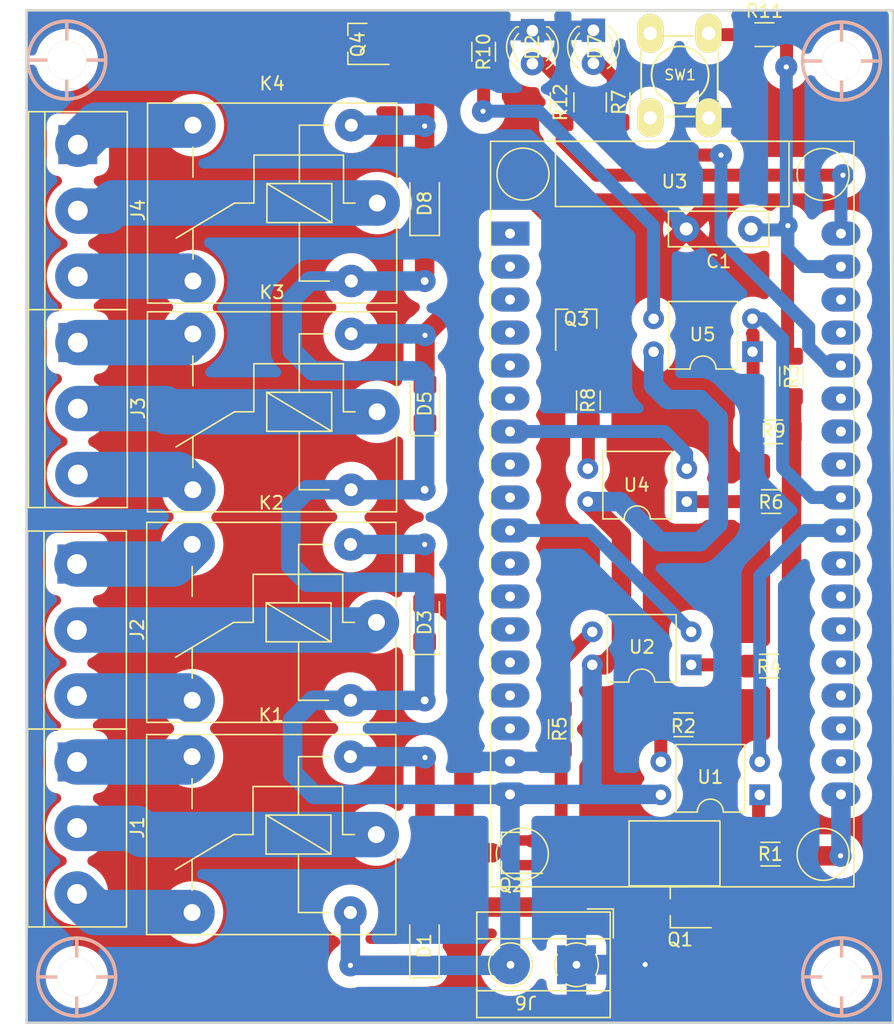
<source format=kicad_pcb>
(kicad_pcb (version 20221018) (generator pcbnew)
  (layers (0 "F.Cu" signal) (31 "B.Cu" signal) (34 "B.Paste" user) (35 "F.Paste" user) (36 "B.SilkS" user "B.Silkscreen") (37 "F.SilkS" user "F.Silkscreen") (38 "B.Mask" user) (39 "F.Mask" user) (44 "Edge.Cuts" user))
  (net 0 "")
  (net 1 "/NC1")
  (net 2 "+5V")
  (net 3 "/COM1")
  (net 4 "Net-(D1-A)")
  (net 5 "/NO1")
  (net 6 "/NC2")
  (net 7 "/COM2")
  (net 8 "Net-(D3-A)")
  (net 9 "/NO2")
  (net 10 "/NC3")
  (net 11 "/COM3")
  (net 12 "Net-(D5-A)")
  (net 13 "/NO3")
  (net 14 "/NC4")
  (net 15 "/COM4")
  (net 16 "Net-(D8-A)")
  (net 17 "/NO4")
  (net 18 "GND")
  (net 19 "Net-(Q1-B)")
  (net 20 "Net-(Q2-B)")
  (net 21 "Net-(Q3-B)")
  (net 22 "Net-(Q4-B)")
  (net 27 "/BT_Config")
  (net 29 "/IN1")
  (net 30 "/IN2")
  (net 36 "+3V3")
  (net 45 "/IN4")
  (net 46 "/IN3")
  (net 49 "Net-(D7-A)")
  (net 50 "Net-(R1-Pad2)")
  (net 51 "Net-(R2-Pad1)")
  (net 52 "Net-(R4-Pad2)")
  (net 53 "Net-(R5-Pad1)")
  (net 54 "Net-(R6-Pad2)")
  (net 55 "Net-(R8-Pad1)")
  (net 56 "Net-(R9-Pad2)")
  (net 57 "Net-(R10-Pad1)")
  (net 58 "/IN0")
  (net 59 "/7")
  (net 62 "unconnected-(U3-IO25-Pad8)")
  (net 64 "Net-(D2-A)")
  (net 65 "/LED_ConfigWIFI")
  (net 66 "Net-(R11-Pad1)")
  (net 67 "/LED_ConfigBT")
  (footprint "Package_TO_SOT_SMD:SOT-23_Handsoldering" (layer "F.Cu") (at 117.8744 85.8672 180)
    (fp_text reference "Q1" (at 0 -2.5) (layer "F.SilkS"))
    (fp_text value "S8050" hide)
    (pad "1" smd rect (at -1.5 -0.95 180) (size 1.9 0.8) (layers "F.Cu" "F.Paste" "F.Mask") (net 18 "GND"))
    (pad "2" smd rect (at -1.5 0.95 180) (size 1.9 0.8) (layers "F.Cu" "F.Paste" "F.Mask") (net 19 "Net-(Q1-B)"))
    (pad "3" smd rect (at 1.5 0 180) (size 1.9 0.8) (layers "F.Cu" "F.Paste" "F.Mask") (net 4 "Net-(D1-A)"))
  )
  (footprint "Resistor_SMD:R_1206_3216Metric_Pad1.30x1.75mm_HandSolder" (layer "F.Cu") (at 126.4596 45.0028 90)
    (fp_text reference "R3" (at 0 0.02 90) (layer "F.SilkS"))
    (fp_text value "4,7k" hide)
    (pad "1" smd roundrect (at -1.55 0 90) (size 1.3 1.75) (layers "F.Cu" "F.Paste" "F.Mask") (roundrect_rratio 0.192308) (net 36 "+3V3"))
    (pad "2" smd roundrect (at 1.55 0 90) (size 1.3 1.75) (layers "F.Cu" "F.Paste" "F.Mask") (roundrect_rratio 0.192308) (net 27 "/BT_Config"))
  )
  (footprint "EESTN5:hole_3mm" (layer "F.Cu") (at 70.6184 20.6472)
    (fp_text reference "hole_3mm" hide)
    (fp_text value "VAL**" hide)
    (pad "1" thru_hole circle (at 0 0) (size 3 3) (drill 3) (layers "*.Cu" "F.SilkS"))
  )
  (footprint "LibrarypERSONALES:Relay_SPDT_Finder_36.11" (layer "F.Cu") (at 94.4684 80.2772 180)
    (fp_text reference "K1" (at 8.1 9.2) (layer "F.SilkS"))
    (fp_text value "G5V-1")
    (pad "1" thru_hole circle (at 14.2 -6 180) (size 3 3) (drill 1.3) (layers "*.Cu" "*.Mask") (net 1 "/NC1"))
    (pad "2" thru_hole circle (at 2 -6 180) (size 2.5 2.5) (drill 1) (layers "*.Cu" "*.Mask") (net 2 "+5V"))
    (pad "5" thru_hole circle (at 0 0 180) (size 3 3) (drill 1.3) (layers "*.Cu" "*.Mask") (net 3 "/COM1"))
    (pad "9" thru_hole circle (at 2 6 180) (size 2.5 2.5) (drill 1) (layers "*.Cu" "*.Mask") (net 4 "Net-(D1-A)"))
    (pad "10" thru_hole circle (at 14.2 6 180) (size 3 3) (drill 1.3) (layers "*.Cu" "*.Mask") (net 5 "/NO1"))
  )
  (footprint "Resistor_SMD:R_1206_3216Metric_Pad1.30x1.75mm_HandSolder" (layer "F.Cu") (at 110.8084 46.8472 90)
    (fp_text reference "R8" (at 0 -0.03 90) (layer "F.SilkS"))
    (fp_text value "1k" hide)
    (pad "1" smd roundrect (at -1.55 0 90) (size 1.3 1.75) (layers "F.Cu" "F.Paste" "F.Mask") (roundrect_rratio 0.192308) (net 55 "Net-(R8-Pad1)"))
    (pad "2" smd roundrect (at 1.55 0 90) (size 1.3 1.75) (layers "F.Cu" "F.Paste" "F.Mask") (roundrect_rratio 0.192308) (net 21 "Net-(Q3-B)"))
  )
  (footprint "LibrarypERSONALES:Relay_SPDT_Finder_36.11" (layer "F.Cu") (at 94.5384 31.6572 180)
    (fp_text reference "K4" (at 8.1 9.2) (layer "F.SilkS"))
    (fp_text value "G5V-1")
    (pad "1" thru_hole circle (at 14.2 -6 180) (size 3 3) (drill 1.3) (layers "*.Cu" "*.Mask") (net 14 "/NC4"))
    (pad "2" thru_hole circle (at 2 -6 180) (size 2.5 2.5) (drill 1) (layers "*.Cu" "*.Mask") (net 2 "+5V"))
    (pad "5" thru_hole circle (at 0 0 180) (size 3 3) (drill 1.3) (layers "*.Cu" "*.Mask") (net 15 "/COM4"))
    (pad "9" thru_hole circle (at 2 6 180) (size 2.5 2.5) (drill 1) (layers "*.Cu" "*.Mask") (net 16 "Net-(D8-A)"))
    (pad "10" thru_hole circle (at 14.2 6 180) (size 3 3) (drill 1.3) (layers "*.Cu" "*.Mask") (net 17 "/NO4"))
  )
  (footprint "Diode_SMD:D_1206_3216Metric_Pad1.42x1.75mm_HandSolder" (layer "F.Cu") (at 98.2148 47.111 90)
    (fp_text reference "D5" (at 0 -0.02 90) (layer "F.SilkS"))
    (fp_text value "D_Shockley" hide)
    (pad "1" smd roundrect (at -1.4875 0 90) (size 1.425 1.75) (layers "F.Cu" "F.Paste" "F.Mask") (roundrect_rratio 0.175439) (net 2 "+5V"))
    (pad "2" smd roundrect (at 1.4875 0 90) (size 1.425 1.75) (layers "F.Cu" "F.Paste" "F.Mask") (roundrect_rratio 0.175439) (net 12 "Net-(D5-A)"))
  )
  (footprint "LibrarypERSONALES:TerminalBlock_1x02_P5.08mm_Horizontal_Personal" (layer "F.Cu") (at 107.3484 90.3272 180)
    (fp_text reference "J6" (at 1.365 -2.875 180 unlocked) (layer "F.SilkS"))
    (fp_text value "Entrada 5V" hide)
    (pad "1" thru_hole rect (at -2.54 0.025 180) (size 3 3) (drill 0.6) (layers "*.Cu" "*.Mask") (net 18 "GND"))
    (pad "2" thru_hole circle (at 2.54 0.025 180) (size 3 3) (drill 0.6) (layers "*.Cu" "*.Mask") (net 2 "+5V"))
  )
  (footprint "Resistor_SMD:R_1206_3216Metric_Pad1.30x1.75mm_HandSolder" (layer "F.Cu") (at 108.7812 23.8954 90)
    (fp_text reference "R12" (at 0 -0.127 90) (layer "F.SilkS"))
    (fp_text value "R" hide)
    (pad "1" smd roundrect (at -1.55 0 90) (size 1.3 1.75) (layers "F.Cu" "F.Paste" "F.Mask") (roundrect_rratio 0.192308) (net 67 "/LED_ConfigBT"))
    (pad "2" smd roundrect (at 1.55 0 90) (size 1.3 1.75) (layers "F.Cu" "F.Paste" "F.Mask") (roundrect_rratio 0.192308) (net 64 "Net-(D2-A)"))
  )
  (footprint "Package_TO_SOT_SMD:SOT-23_Handsoldering" (layer "F.Cu") (at 93.0332 19.3996 180)
    (fp_text reference "Q4" (at -0.01 -0.04 90) (layer "F.SilkS"))
    (fp_text value "S8050" hide)
    (pad "1" smd rect (at -1.5 -0.95 180) (size 1.9 0.8) (layers "F.Cu" "F.Paste" "F.Mask") (net 18 "GND"))
    (pad "2" smd rect (at -1.5 0.95 180) (size 1.9 0.8) (layers "F.Cu" "F.Paste" "F.Mask") (net 22 "Net-(Q4-B)"))
    (pad "3" smd rect (at 1.5 0 180) (size 1.9 0.8) (layers "F.Cu" "F.Paste" "F.Mask") (net 16 "Net-(D8-A)"))
  )
  (footprint "Package_DIP:DIP-4_W7.62mm" (layer "F.Cu") (at 124.0112 77.215 180)
    (fp_text reference "U1" (at 3.81 1.365) (layer "F.SilkS"))
    (fp_text value "PC817" hide)
    (pad "1" thru_hole rect (at 0 0 180) (size 1.6 1.6) (drill 0.8) (layers "*.Cu" "*.Mask") (net 50 "Net-(R1-Pad2)"))
    (pad "2" thru_hole oval (at 0 2.54 180) (size 1.6 1.6) (drill 0.8) (layers "*.Cu" "*.Mask") (net 29 "/IN1"))
    (pad "3" thru_hole oval (at 7.62 2.54 180) (size 1.6 1.6) (drill 0.8) (layers "*.Cu" "*.Mask") (net 51 "Net-(R2-Pad1)"))
    (pad "4" thru_hole oval (at 7.62 0 180) (size 1.6 1.6) (drill 0.8) (layers "*.Cu" "*.Mask") (net 2 "+5V"))
  )
  (footprint "Resistor_SMD:R_1206_3216Metric_Pad1.30x1.75mm_HandSolder" (layer "F.Cu") (at 124.8784 54.6372 180)
    (fp_text reference "R6" (at 0 -0.05) (layer "F.SilkS"))
    (fp_text value "1k" hide)
    (pad "1" smd roundrect (at -1.55 0 180) (size 1.3 1.75) (layers "F.Cu" "F.Paste" "F.Mask") (roundrect_rratio 0.192308) (net 36 "+3V3"))
    (pad "2" smd roundrect (at 1.55 0 180) (size 1.3 1.75) (layers "F.Cu" "F.Paste" "F.Mask") (roundrect_rratio 0.192308) (net 54 "Net-(R6-Pad2)"))
  )
  (footprint "Package_TO_SOT_SMD:SOT-23_Handsoldering" (layer "F.Cu") (at 109.8684 40.5872 90)
    (fp_text reference "Q3" (at 0.01 0.02 180) (layer "F.SilkS"))
    (fp_text value "S8050" hide)
    (pad "1" smd rect (at -1.5 -0.95 90) (size 1.9 0.8) (layers "F.Cu" "F.Paste" "F.Mask") (net 18 "GND"))
    (pad "2" smd rect (at -1.5 0.95 90) (size 1.9 0.8) (layers "F.Cu" "F.Paste" "F.Mask") (net 21 "Net-(Q3-B)"))
    (pad "3" smd rect (at 1.5 0 90) (size 1.9 0.8) (layers "F.Cu" "F.Paste" "F.Mask") (net 12 "Net-(D5-A)"))
  )
  (footprint "Diode_SMD:D_1206_3216Metric_Pad1.42x1.75mm_HandSolder" (layer "F.Cu") (at 98.1894 63.9512 90)
    (fp_text reference "D3" (at 0 0 90) (layer "F.SilkS"))
    (fp_text value "D_Shockley" hide)
    (pad "1" smd roundrect (at -1.4875 0 90) (size 1.425 1.75) (layers "F.Cu" "F.Paste" "F.Mask") (roundrect_rratio 0.175439) (net 2 "+5V"))
    (pad "2" smd roundrect (at 1.4875 0 90) (size 1.425 1.75) (layers "F.Cu" "F.Paste" "F.Mask") (roundrect_rratio 0.175439) (net 8 "Net-(D3-A)"))
  )
  (footprint "ESP32-DEVKITC:ESP32_Devkit_V1_36pin" (layer "F.Cu") (at 103.268 26.8996)
    (fp_text reference "U3" (at 14.175 3.102 unlocked) (layer "F.SilkS"))
    (fp_text value "ESP32_DevKit_V1_DOIT" hide)
    (pad "1" thru_hole rect (at 1.5 7.105) (size 3 1.85) (drill 0.762) (layers "*.Cu" "*.Mask"))
    (pad "2" thru_hole oval (at 1.5 9.645) (size 3 1.85) (drill 0.762) (layers "*.Cu" "*.Mask"))
    (pad "3" thru_hole oval (at 1.5 12.185) (size 3 1.85) (drill 0.762) (layers "*.Cu" "*.Mask"))
    (pad "4" thru_hole oval (at 1.5 14.725) (size 3 1.85) (drill 0.762) (layers "*.Cu" "*.Mask"))
    (pad "5" thru_hole oval (at 1.5 17.265) (size 3 1.85) (drill 0.762) (layers "*.Cu" "*.Mask"))
    (pad "6" thru_hole oval (at 1.5 19.805) (size 3 1.85) (drill 0.762) (layers "*.Cu" "*.Mask"))
    (pad "7" thru_hole oval (at 1.5 22.345) (size 3 1.85) (drill 0.762) (layers "*.Cu" "*.Mask") (net 46 "/IN3"))
    (pad "8" thru_hole oval (at 1.5 24.885) (size 3 1.85) (drill 0.762) (layers "*.Cu" "*.Mask") (net 62 "unconnected-(U3-IO25-Pad8)"))
    (pad "9" thru_hole oval (at 1.5 27.425) (size 3 1.85) (drill 0.762) (layers "*.Cu" "*.Mask"))
    (pad "10" thru_hole oval (at 1.5 29.965) (size 3 1.85) (drill 0.762) (layers "*.Cu" "*.Mask") (net 30 "/IN2"))
    (pad "11" thru_hole oval (at 1.5 32.505) (size 3 1.85) (drill 0.762) (layers "*.Cu" "*.Mask"))
    (pad "12" thru_hole oval (at 1.5 35.045) (size 3 1.85) (drill 0.762) (layers "*.Cu" "*.Mask"))
    (pad "13" thru_hole oval (at 1.5 37.585) (size 3 1.85) (drill 0.762) (layers "*.Cu" "*.Mask"))
    (pad "14" thru_hole oval (at 1.5 40.125) (size 3 1.85) (drill 0.762) (layers "*.Cu" "*.Mask"))
    (pad "15" thru_hole oval (at 1.5 42.665) (size 3 1.85) (drill 0.762) (layers "*.Cu" "*.Mask"))
    (pad "16" thru_hole oval (at 1.5 45.205) (size 3 1.85) (drill 0.762) (layers "*.Cu" "*.Mask"))
    (pad "17" thru_hole oval (at 1.5 47.745) (size 3 1.85) (drill 0.762) (layers "*.Cu" "*.Mask") (net 18 "GND"))
    (pad "18" thru_hole oval (at 1.5 50.285) (size 3 1.85) (drill 0.762) (layers "*.Cu" "*.Mask") (net 2 "+5V"))
    (pad "19" thru_hole oval (at 27 50.285) (size 3 1.85) (drill 0.762) (layers "*.Cu" "*.Mask") (net 36 "+3V3"))
    (pad "20" thru_hole oval (at 27 47.745) (size 3 1.85) (drill 0.762) (layers "*.Cu" "*.Mask"))
    (pad "21" thru_hole oval (at 27 45.205) (size 3 1.85) (drill 0.762) (layers "*.Cu" "*.Mask"))
    (pad "22" thru_hole oval (at 27 42.665) (size 3 1.85) (drill 0.762) (layers "*.Cu" "*.Mask"))
    (pad "23" thru_hole oval (at 27 40.125) (size 3 1.85) (drill 0.762) (layers "*.Cu" "*.Mask"))
    (pad "24" thru_hole oval (at 27 37.585) (size 3 1.85) (drill 0.762) (layers "*.Cu" "*.Mask"))
    (pad "25" thru_hole oval (at 27 35.045) (size 3 1.85) (drill 0.762) (layers "*.Cu" "*.Mask"))
    (pad "26" thru_hole oval (at 27 32.505) (size 3 1.85) (drill 0.762) (layers "*.Cu" "*.Mask"))
    (pad "27" thru_hole oval (at 27 29.965) (size 3 1.85) (drill 0.762) (layers "*.Cu" "*.Mask") (net 29 "/IN1"))
    (pad "28" thru_hole oval (at 27 27.425) (size 3 1.85) (drill 0.762) (layers "*.Cu" "*.Mask") (net 45 "/IN4"))
    (pad "29" thru_hole oval (at 27 24.885) (size 3 1.85) (drill 0.762) (layers "*.Cu" "*.Mask"))
    (pad "30" thru_hole oval (at 27 22.345) (size 3 1.85) (drill 0.762) (layers "*.Cu" "*.Mask") (net 58 "/IN0"))
    (pad "31" thru_hole oval (at 27 19.805) (size 3 1.85) (drill 0.762) (layers "*.Cu" "*.Mask") (net 59 "/7"))
    (pad "32" thru_hole oval (at 27 17.265) (size 3 1.85) (drill 0.762) (layers "*.Cu" "*.Mask") (net 65 "/LED_ConfigWIFI"))
    (pad "33" thru_hole oval (at 27 14.725) (size 3 1.85) (drill 0.762) (layers "*.Cu" "*.Mask"))
    (pad "34" thru_hole oval (at 27 12.185) (size 3 1.85) (drill 0.762) (layers "*.Cu" "*.Mask"))
    (pad "35" thru_hole oval (at 27 9.645) (size 3 1.85) (drill 0.762) (layers "*.Cu" "*.Mask") (net 27 "/BT_Config"))
    (pad "36" thru_hole oval (at 27 7.105) (size 3 1.85) (drill 0.762) (layers "*.Cu" "*.Mask") (net 67 "/LED_ConfigBT"))
  )
  (footprint "Resistor_SMD:R_1206_3216Metric_Pad1.30x1.75mm_HandSolder" (layer "F.Cu") (at 113.0992 23.8954 90)
    (fp_text reference "R7" (at 0 0.06 90) (layer "F.SilkS"))
    (fp_text value "R" hide)
    (pad "1" smd roundrect (at -1.55 0 90) (size 1.3 1.75) (layers "F.Cu" "F.Paste" "F.Mask") (roundrect_rratio 0.192308) (net 65 "/LED_ConfigWIFI"))
    (pad "2" smd roundrect (at 1.55 0 90) (size 1.3 1.75) (layers "F.Cu" "F.Paste" "F.Mask") (roundrect_rratio 0.192308) (net 49 "Net-(D7-A)"))
  )
  (footprint "LibrarypERSONALES:Relay_SPDT_Finder_36.11" (layer "F.Cu") (at 94.5284 47.7272 180)
    (fp_text reference "K3" (at 8.1 9.2) (layer "F.SilkS"))
    (fp_text value "G5V-1")
    (pad "1" thru_hole circle (at 14.2 -6 180) (size 3 3) (drill 1.3) (layers "*.Cu" "*.Mask") (net 10 "/NC3"))
    (pad "2" thru_hole circle (at 2 -6 180) (size 2.5 2.5) (drill 1) (layers "*.Cu" "*.Mask") (net 2 "+5V"))
    (pad "5" thru_hole circle (at 0 0 180) (size 3 3) (drill 1.3) (layers "*.Cu" "*.Mask") (net 11 "/COM3"))
    (pad "9" thru_hole circle (at 2 6 180) (size 2.5 2.5) (drill 1) (layers "*.Cu" "*.Mask") (net 12 "Net-(D5-A)"))
    (pad "10" thru_hole circle (at 14.2 6 180) (size 3 3) (drill 1.3) (layers "*.Cu" "*.Mask") (net 13 "/NO3"))
  )
  (footprint "Resistor_SMD:R_1206_3216Metric_Pad1.30x1.75mm_HandSolder" (layer "F.Cu") (at 118.1284 71.8252)
    (fp_text reference "R2" (at 0 0.11) (layer "F.SilkS"))
    (fp_text value "1k" hide)
    (pad "1" smd roundrect (at -1.55 0) (size 1.3 1.75) (layers "F.Cu" "F.Paste" "F.Mask") (roundrect_rratio 0.192308) (net 51 "Net-(R2-Pad1)"))
    (pad "2" smd roundrect (at 1.55 0) (size 1.3 1.75) (layers "F.Cu" "F.Paste" "F.Mask") (roundrect_rratio 0.192308) (net 19 "Net-(Q1-B)"))
  )
  (footprint "EESTN5:hole_3mm" (layer "F.Cu") (at 130.3084 20.7172)
    (fp_text reference "hole_3mm" hide)
    (fp_text value "VAL**" hide)
    (pad "1" thru_hole circle (at 0 0) (size 3 3) (drill 3) (layers "*.Cu" "F.SilkS"))
  )
  (footprint "Capacitor_THT:C_Disc_D7.5mm_W2.5mm_P5.00mm" (layer "F.Cu") (at 123.3462 33.649 180)
    (fp_text reference "C1" (at 2.5 -2.5) (layer "F.SilkS"))
    (fp_text value "C" hide)
    (pad "1" thru_hole circle (at 0 0 180) (size 2 2) (drill 1) (layers "*.Cu" "*.Mask") (net 27 "/BT_Config"))
    (pad "2" thru_hole circle (at 5 0 180) (size 2 2) (drill 1) (layers "*.Cu" "*.Mask") (net 18 "GND"))
  )
  (footprint "LED_THT:LED_D3.0mm" (layer "F.Cu") (at 106.4952 18.3836 -90)
    (fp_text reference "D2" (at 1.27 0 90) (layer "F.SilkS"))
    (fp_text value "LED" hide)
    (pad "1" thru_hole rect (at 0 0 270) (size 1.8 1.8) (drill 0.9) (layers "*.Cu" "*.Mask") (net 18 "GND"))
    (pad "2" thru_hole circle (at 2.54 0 270) (size 1.8 1.8) (drill 0.9) (layers "*.Cu" "*.Mask") (net 64 "Net-(D2-A)"))
  )
  (footprint "TerminalBlock:TerminalBlock_bornier-3_P5.08mm" (layer "F.Cu") (at 71.3984 59.4472 -90)
    (fp_text reference "J2" (at 5.05 -4.65 90) (layer "F.SilkS"))
    (fp_text value "Relay2")
    (pad "1" thru_hole rect (at 0 0 270) (size 3 3) (drill 1.52) (layers "*.Cu" "*.Mask") (net 9 "/NO2"))
    (pad "2" thru_hole circle (at 5.08 0 270) (size 3 3) (drill 1.52) (layers "*.Cu" "*.Mask") (net 7 "/COM2"))
    (pad "3" thru_hole circle (at 10.16 0 270) (size 3 3) (drill 1.52) (layers "*.Cu" "*.Mask") (net 6 "/NC2"))
  )
  (footprint "EESTN5:hole_3mm" (layer "F.Cu") (at 71.3834 91.2422)
    (fp_text reference "hole_3mm" hide)
    (fp_text value "VAL**" hide)
    (pad "1" thru_hole circle (at 0 0) (size 3 3) (drill 3) (layers "*.Cu" "F.SilkS"))
  )
  (footprint "Package_DIP:DIP-4_W7.62mm" (layer "F.Cu") (at 118.3824 54.6422 180)
    (fp_text reference "U4" (at 3.86 1.275) (layer "F.SilkS"))
    (fp_text value "PC817" hide)
    (pad "1" thru_hole rect (at 0 0 180) (size 1.6 1.6) (drill 0.8) (layers "*.Cu" "*.Mask") (net 54 "Net-(R6-Pad2)"))
    (pad "2" thru_hole oval (at 0 2.54 180) (size 1.6 1.6) (drill 0.8) (layers "*.Cu" "*.Mask") (net 46 "/IN3"))
    (pad "3" thru_hole oval (at 7.62 2.54 180) (size 1.6 1.6) (drill 0.8) (layers "*.Cu" "*.Mask") (net 55 "Net-(R8-Pad1)"))
    (pad "4" thru_hole oval (at 7.62 0 180) (size 1.6 1.6) (drill 0.8) (layers "*.Cu" "*.Mask") (net 2 "+5V"))
  )
  (footprint "TerminalBlock:TerminalBlock_bornier-3_P5.08mm" (layer "F.Cu") (at 71.4084 74.6872 -90)
    (fp_text reference "J1" (at 5.05 -4.65 -90) (layer "F.SilkS"))
    (fp_text value "Relay1")
    (pad "1" thru_hole rect (at 0 0 270) (size 3 3) (drill 1.52) (layers "*.Cu" "*.Mask") (net 5 "/NO1"))
    (pad "2" thru_hole circle (at 5.08 0 270) (size 3 3) (drill 1.52) (layers "*.Cu" "*.Mask") (net 3 "/COM1"))
    (pad "3" thru_hole circle (at 10.16 0 270) (size 3 3) (drill 1.52) (layers "*.Cu" "*.Mask") (net 1 "/NC1"))
  )
  (footprint "LED_THT:LED_D3.0mm" (layer "F.Cu") (at 111.1942 18.3532 -90)
    (fp_text reference "D7" (at 1.27 -0.127 90) (layer "F.SilkS"))
    (fp_text value "LED" hide)
    (pad "1" thru_hole rect (at 0 0 270) (size 1.8 1.8) (drill 0.9) (layers "*.Cu" "*.Mask") (net 18 "GND"))
    (pad "2" thru_hole circle (at 2.54 0 270) (size 1.8 1.8) (drill 0.9) (layers "*.Cu" "*.Mask") (net 49 "Net-(D7-A)"))
  )
  (footprint "Diode_SMD:D_1206_3216Metric_Pad1.42x1.75mm_HandSolder" (layer "F.Cu") (at 98.1894 31.6932 90)
    (fp_text reference "D8" (at 0 0 90) (layer "F.SilkS"))
    (fp_text value "D_Shockley" hide)
    (pad "1" smd roundrect (at -1.4875 0 90) (size 1.425 1.75) (layers "F.Cu" "F.Paste" "F.Mask") (roundrect_rratio 0.175439) (net 2 "+5V"))
    (pad "2" smd roundrect (at 1.4875 0 90) (size 1.425 1.75) (layers "F.Cu" "F.Paste" "F.Mask") (roundrect_rratio 0.175439) (net 16 "Net-(D8-A)"))
  )
  (footprint "Resistor_SMD:R_1206_3216Metric_Pad1.30x1.75mm_HandSolder" (layer "F.Cu") (at 108.6542 72.1554 -90)
    (fp_text reference "R5" (at 0 0.05 90) (layer "F.SilkS"))
    (fp_text value "1k" hide)
    (pad "1" smd roundrect (at -1.55 0 270) (size 1.3 1.75) (layers "F.Cu" "F.Paste" "F.Mask") (roundrect_rratio 0.192308) (net 53 "Net-(R5-Pad1)"))
    (pad "2" smd roundrect (at 1.55 0 270) (size 1.3 1.75) (layers "F.Cu" "F.Paste" "F.Mask") (roundrect_rratio 0.192308) (net 20 "Net-(Q2-B)"))
  )
  (footprint "EESTN5:hole_3mm" (layer "F.Cu") (at 130.3204 91.2372)
    (fp_text reference "hole_3mm" hide)
    (fp_text value "VAL**" hide)
    (pad "1" thru_hole circle (at 0 0) (size 3 3) (drill 3) (layers "*.Cu" "F.SilkS"))
  )
  (footprint "Resistor_SMD:R_1206_3216Metric_Pad1.30x1.75mm_HandSolder" (layer "F.Cu") (at 125.0484 49.2672 180)
    (fp_text reference "R9" (at 0 0.08) (layer "F.SilkS"))
    (fp_text value "1k" hide)
    (pad "1" smd roundrect (at -1.55 0 180) (size 1.3 1.75) (layers "F.Cu" "F.Paste" "F.Mask") (roundrect_rratio 0.192308) (net 36 "+3V3"))
    (pad "2" smd roundrect (at 1.55 0 180) (size 1.3 1.75) (layers "F.Cu" "F.Paste" "F.Mask") (roundrect_rratio 0.192308) (net 56 "Net-(R9-Pad2)"))
  )
  (footprint "Package_TO_SOT_SMD:SOT-23_Handsoldering" (layer "F.Cu") (at 104.8696 81.6804 180)
    (fp_text reference "Q2" (at 0 -2.5) (layer "F.SilkS"))
    (fp_text value "S8050" hide)
    (pad "1" smd rect (at -1.5 -0.95 180) (size 1.9 0.8) (layers "F.Cu" "F.Paste" "F.Mask") (net 18 "GND"))
    (pad "2" smd rect (at -1.5 0.95 180) (size 1.9 0.8) (layers "F.Cu" "F.Paste" "F.Mask") (net 20 "Net-(Q2-B)"))
    (pad "3" smd rect (at 1.5 0 180) (size 1.9 0.8) (layers "F.Cu" "F.Paste" "F.Mask") (net 8 "Net-(D3-A)"))
  )
  (footprint "LibrarypERSONALES:PUSH_SWITCH_THT" (layer "F.Cu") (at 115.5736 18.588)
    (fp_text reference "SW1" (at 2.3 3.2) (layer "F.SilkS") (effects (font (size 0.8 0.8) (thickness 0.12))))
    (fp_text value "SW_Push" hide)
    (pad "1" thru_hole oval (at 4.5 0) (size 2 3) (drill 1.016) (layers "*.Cu" "*.Mask" "F.SilkS") (net 66 "Net-(R11-Pad1)"))
    (pad "2" thru_hole oval (at 4.5 6.5) (size 2 3) (drill 1.016) (layers "*.Cu" "*.Mask" "F.SilkS") (net 18 "GND"))
    (pad "3" thru_hole oval (at 0 0) (size 2 3) (drill 1.016) (layers "*.Cu" "*.Mask" "F.SilkS"))
    (pad "4" thru_hole oval (at 0 6.5) (size 2 3) (drill 1.016) (layers "*.Cu" "*.Mask" "F.SilkS"))
  )
  (footprint "TerminalBlock:TerminalBlock_bornier-3_P5.08mm" (layer "F.Cu") (at 71.4684 42.3972 -90)
    (fp_text reference "J3" (at 5.05 -4.65 -90) (layer "F.SilkS"))
    (fp_text value "Relay3")
    (pad "1" thru_hole rect (at 0 0 270) (size 3 3) (drill 1.52) (layers "*.Cu" "*.Mask") (net 13 "/NO3"))
    (pad "2" thru_hole circle (at 5.08 0 270) (size 3 3) (drill 1.52) (layers "*.Cu" "*.Mask") (net 11 "/COM3"))
    (pad "3" thru_hole circle (at 10.16 0 270) (size 3 3) (drill 1.52) (layers "*.Cu" "*.Mask") (net 10 "/NC3"))
  )
  (footprint "Resistor_SMD:R_1206_3216Metric_Pad1.30x1.75mm_HandSolder" (layer "F.Cu") (at 124.3768 18.6884)
    (fp_text reference "R11" (at 0 -1.82) (layer "F.SilkS"))
    (fp_text value "R" hide)
    (pad "1" smd roundrect (at -1.55 0) (size 1.3 1.75) (layers "F.Cu" "F.Paste" "F.Mask") (roundrect_rratio 0.192308) (net 66 "Net-(R11-Pad1)"))
    (pad "2" smd roundrect (at 1.55 0) (size 1.3 1.75) (layers "F.Cu" "F.Paste" "F.Mask") (roundrect_rratio 0.192308) (net 27 "/BT_Config"))
  )
  (footprint "Resistor_SMD:R_1206_3216Metric_Pad1.30x1.75mm_HandSolder" (layer "F.Cu") (at 124.7324 67.304 180)
    (fp_text reference "R4" (at 0 -0.07) (layer "F.SilkS"))
    (fp_text value "1k" hide)
    (pad "1" smd roundrect (at -1.55 0 180) (size 1.3 1.75) (layers "F.Cu" "F.Paste" "F.Mask") (roundrect_rratio 0.192308) (net 36 "+3V3"))
    (pad "2" smd roundrect (at 1.55 0 180) (size 1.3 1.75) (layers "F.Cu" "F.Paste" "F.Mask") (roundrect_rratio 0.192308) (net 52 "Net-(R4-Pad2)"))
  )
  (footprint "Resistor_SMD:R_1206_3216Metric_Pad1.30x1.75mm_HandSolder" (layer "F.Cu") (at 102.736 20.0092 90)
    (fp_text reference "R10" (at 0 -0.01 90) (layer "F.SilkS"))
    (fp_text value "1k" hide)
    (pad "1" smd roundrect (at -1.55 0 90) (size 1.3 1.75) (layers "F.Cu" "F.Paste" "F.Mask") (roundrect_rratio 0.192308) (net 57 "Net-(R10-Pad1)"))
    (pad "2" smd roundrect (at 1.55 0 90) (size 1.3 1.75) (layers "F.Cu" "F.Paste" "F.Mask") (roundrect_rratio 0.192308) (net 22 "Net-(Q4-B)"))
  )
  (footprint "LibrarypERSONALES:Relay_SPDT_Finder_36.11" (layer "F.Cu") (at 94.4784 63.9372 180)
    (fp_text reference "K2" (at 8.1 9.2) (layer "F.SilkS"))
    (fp_text value "G5V-1")
    (pad "1" thru_hole circle (at 14.2 -6 180) (size 3 3) (drill 1.3) (layers "*.Cu" "*.Mask") (net 6 "/NC2"))
    (pad "2" thru_hole circle (at 2 -6 180) (size 2.5 2.5) (drill 1) (layers "*.Cu" "*.Mask") (net 2 "+5V"))
    (pad "5" thru_hole circle (at 0 0 180) (size 3 3) (drill 1.3) (layers "*.Cu" "*.Mask") (net 7 "/COM2"))
    (pad "9" thru_hole circle (at 2 6 180) (size 2.5 2.5) (drill 1) (layers "*.Cu" "*.Mask") (net 8 "Net-(D3-A)"))
    (pad "10" thru_hole circle (at 14.2 6 180) (size 3 3) (drill 1.3) (layers "*.Cu" "*.Mask") (net 9 "/NO2"))
  )
  (footprint "Diode_SMD:D_1206_3216Metric_Pad1.42x1.75mm_HandSolder" (layer "F.Cu") (at 98.1784 88.8447 90)
    (fp_text reference "D1" (at 0 0 90) (layer "F.SilkS"))
    (fp_text value "D_Shockley" hide)
    (pad "1" smd roundrect (at -1.4875 0 90) (size 1.425 1.75) (layers "F.Cu" "F.Paste" "F.Mask") (roundrect_rratio 0.175439) (net 2 "+5V"))
    (pad "2" smd roundrect (at 1.4875 0 90) (size 1.425 1.75) (layers "F.Cu" "F.Paste" "F.Mask") (roundrect_rratio 0.175439) (net 4 "Net-(D1-A)"))
  )
  (footprint "Package_DIP:DIP-4_W7.62mm" (layer "F.Cu") (at 123.4524 43.1028 180)
    (fp_text reference "U5" (at 3.85 1.325) (layer "F.SilkS"))
    (fp_text value "PC817" hide)
    (pad "1" thru_hole rect (at 0 0 180) (size 1.6 1.6) (drill 0.8) (layers "*.Cu" "*.Mask") (net 56 "Net-(R9-Pad2)"))
    (pad "2" thru_hole oval (at 0 2.54 180) (size 1.6 1.6) (drill 0.8) (layers "*.Cu" "*.Mask") (net 45 "/IN4"))
    (pad "3" thru_hole oval (at 7.62 2.54 180) (size 1.6 1.6) (drill 0.8) (layers "*.Cu" "*.Mask") (net 57 "Net-(R10-Pad1)"))
    (pad "4" thru_hole oval (at 7.62 0 180) (size 1.6 1.6) (drill 0.8) (layers "*.Cu" "*.Mask") (net 2 "+5V"))
  )
  (footprint "Resistor_SMD:R_1206_3216Metric_Pad1.30x1.75mm_HandSolder" (layer "F.Cu") (at 124.834 81.782 180)
    (fp_text reference "R1" (at 0 0) (layer "F.SilkS"))
    (fp_text value "1k" hide)
    (pad "1" smd roundrect (at -1.55 0 180) (size 1.3 1.75) (layers "F.Cu" "F.Paste" "F.Mask") (roundrect_rratio 0.192308) (net 36 "+3V3"))
    (pad "2" smd roundrect (at 1.55 0 180) (size 1.3 1.75) (layers "F.Cu" "F.Paste" "F.Mask") (roundrect_rratio 0.192308) (net 50 "Net-(R1-Pad2)"))
  )
  (footprint "Package_DIP:DIP-4_W7.62mm" (layer "F.Cu") (at 118.728 67.2074 180)
    (fp_text reference "U2" (at 3.8 1.375) (layer "F.SilkS"))
    (fp_text value "PC817" hide)
    (pad "1" thru_hole rect (at 0 0 180) (size 1.6 1.6) (drill 0.8) (layers "*.Cu" "*.Mask") (net 52 "Net-(R4-Pad2)"))
    (pad "2" thru_hole oval (at 0 2.54 180) (size 1.6 1.6) (drill 0.8) (layers "*.Cu" "*.Mask") (net 30 "/IN2"))
    (pad "3" thru_hole oval (at 7.62 2.54 180) (size 1.6 1.6) (drill 0.8) (layers "*.Cu" "*.Mask") (net 53 "Net-(R5-Pad1)"))
    (pad "4" thru_hole oval (at 7.62 0 180) (size 1.6 1.6) (drill 0.8) (layers "*.Cu" "*.Mask") (net 2 "+5V"))
  )
  (footprint "TerminalBlock:TerminalBlock_bornier-3_P5.08mm" (layer "F.Cu") (at 71.4684 27.1572 -90)
    (fp_text reference "J4" (at 5.05 -4.65 90) (layer "F.SilkS"))
    (fp_text value "Relay4")
    (pad "1" thru_hole rect (at 0 0 270) (size 3 3) (drill 1.52) (layers "*.Cu" "*.Mask") (net 17 "/NO4"))
    (pad "2" thru_hole circle (at 5.08 0 270) (size 3 3) (drill 1.52) (layers "*.Cu" "*.Mask") (net 15 "/COM4"))
    (pad "3" thru_hole circle (at 10.16 0 270) (size 3 3) (drill 1.52) (layers "*.Cu" "*.Mask") (net 14 "/NC4"))
  )
  (gr_rect (start 67.5184 16.8172) (end 134.2632 94.7672) (stroke (width 0.2)) (fill none) (layer "Edge.Cuts"))
  (via (at 71.3834 91.2422) (size 0.8) (drill 0.4) (layers "F.Cu" "B.Cu") (net 0))
  (segment (start 72.8384 86.2772) (end 71.4084 84.8472) (width 3.5) (layer "B.Cu") (net 1))
  (segment (start 80.2684 86.2772) (end 72.8384 86.2772) (width 3.5) (layer "B.Cu") (net 1))
  (segment (start 112.0528 67.2074) (end 113.3532 65.907) (width 1.5) (layer "F.Cu") (net 2))
  (segment (start 98.1894 37.6572) (end 98.1894 33.1807) (width 1.5) (layer "F.Cu") (net 2))
  (segment (start 113.3532 65.907) (end 113.3532 57.233) (width 1.5) (layer "F.Cu") (net 2))
  (segment (start 98.1894 48.6239) (end 98.2148 48.5985) (width 1.5) (layer "F.Cu") (net 2))
  (segment (start 111.108 67.2074) (end 112.0528 67.2074) (width 1.5) (layer "F.Cu") (net 2))
  (segment (start 98.1894 65.4387) (end 98.1894 69.9456) (width 1.5) (layer "F.Cu") (net 2))
  (segment (start 92.4684 90.3472) (end 98.2484 90.3472) (width 1.5) (layer "F.Cu") (net 2))
  (segment (start 98.1894 53.7272) (end 98.1894 48.6239) (width 1.5) (layer "F.Cu") (net 2))
  (segment (start 113.3532 57.233) (end 110.7624 54.6422) (width 1.5) (layer "F.Cu") (net 2))
  (via (at 98.1894 53.7272) (size 1.7) (drill 0.6) (layers "F.Cu" "B.Cu") (net 2))
  (via (at 98.1894 37.6572) (size 1.7) (drill 0.6) (layers "F.Cu" "B.Cu") (net 2))
  (via (at 98.1894 69.9456) (size 1.7) (drill 0.6) (layers "F.Cu" "B.Cu") (net 2))
  (via (at 92.4684 90.3472) (size 1.7) (drill 0.4) (layers "F.Cu" "B.Cu") (net 2))
  (segment (start 110.7624 54.6422) (end 113.239 54.6422) (width 1.5) (layer "B.Cu") (net 2))
  (segment (start 98.1894 53.7272) (end 92.5284 53.7272) (width 1.5) (layer "B.Cu") (net 2))
  (segment (start 119.3984 46.7808) (end 116.9092 46.7808) (width 1.5) (layer "B.Cu") (net 2))
  (segment (start 116.9092 46.7808) (end 115.8324 45.704) (width 1.5) (layer "B.Cu") (net 2))
  (segment (start 111.0926 67.2228) (end 111.0926 77.1846) (width 1.5) (layer "B.Cu") (net 2))
  (segment (start 87.8784 59.5672) (end 89.1636 60.8524) (width 1.5) (layer "B.Cu") (net 2))
  (segment (start 120.8208 48.2032) (end 119.3984 46.7808) (width 1.5) (layer "B.Cu") (net 2))
  (segment (start 113.239 54.6422) (end 116.325 57.7282) (width 1.5) (layer "B.Cu") (net 2))
  (segment (start 89.3584 37.6572) (end 92.5384 37.6572) (width 1.5) (layer "B.Cu") (net 2))
  (segment (start 87.9784 39.0372) (end 89.3584 37.6572) (width 1.5) (layer "B.Cu") (net 2))
  (segment (start 98.164 69.9456) (end 98.1386 69.9202) (width 1.5) (layer "B.Cu") (net 2))
  (segment (start 98.1132 69.9456) (end 92.4868 69.9456) (width 1.5) (layer "B.Cu") (net 2))
  (segment (start 104.768 77.1846) (end 97.9608 77.1846) (width 1.5) (layer "B.Cu") (net 2))
  (segment (start 92.5384 86.2072) (end 92.4684 86.2772) (width 1.5) (layer "B.Cu") (net 2))
  (segment (start 98.1894 44.9774) (end 97.783 44.571) (width 1.5) (layer "B.Cu") (net 2))
  (segment (start 92.4684 90.3472) (end 92.4684 86.2772) (width 1.5) (layer "B.Cu") (net 2))
  (segment (start 97.783 44.571) (end 89.5322 44.571) (width 1.5) (layer "B.Cu") (net 2))
  (segment (start 92.4868 69.9456) (end 92.4784 69.9372) (width 1.5) (layer "B.Cu") (net 2))
  (segment (start 92.5284 53.7272) (end 89.1384 53.7272) (width 1.5) (layer "B.Cu") (net 2))
  (segment (start 88.0184 75.5372) (end 89.6658 77.1846) (width 1.5) (layer "B.Cu") (net 2))
  (segment (start 98.1894 60.8524) (end 98.1894 69.9456) (width 1.5) (layer "B.Cu") (net 2))
  (segment (start 116.325 57.7282) (end 119.3984 57.7282) (width 1.5) (layer "B.Cu") (net 2))
  (segment (start 98.1894 53.7272) (end 98.1894 44.9774) (width 1.5) (layer "B.Cu") (net 2))
  (segment (start 87.9784 43.0172) (end 87.9784 39.0372) (width 1.5) (layer "B.Cu") (net 2))
  (segment (start 88.0184 71.4772) (end 88.0184 75.5372) (width 1.5) (layer "B.Cu") (net 2))
  (segment (start 111.108 67.2074) (end 111.0926 67.2228) (width 1.5) (layer "B.Cu") (net 2))
  (segment (start 111.0926 77.1846) (end 112.134 77.1846) (width 1.5) (layer "B.Cu") (net 2))
  (segment (start 104.768 90.2618) (end 104.8084 90.3022) (width 1.5) (layer "B.Cu") (net 2))
  (segment (start 89.1636 60.8524) (end 98.1894 60.8524) (width 1.5) (layer "B.Cu") (net 2))
  (segment (start 115.8324 45.704) (end 115.8324 43.1028) (width 1.5) (layer "B.Cu") (net 2))
  (segment (start 112.134 77.1846) (end 116.2184 77.1846) (width 1.5) (layer "B.Cu") (net 2))
  (segment (start 119.3984 57.7282) (end 120.8208 56.3058) (width 1.5) (layer "B.Cu") (net 2))
  (segment (start 87.8784 54.9872) (end 87.8784 59.5672) (width 1.5) (layer "B.Cu") (net 2))
  (segment (start 89.5584 69.9372) (end 88.0184 71.4772) (width 1.5) (layer "B.Cu") (net 2))
  (segment (start 92.5384 37.6572) (end 98.1894 37.6572) (width 1.5) (layer "B.Cu") (net 2))
  (segment (start 98.1386 69.9202) (end 98.1132 69.9456) (width 1.5) (layer "B.Cu") (net 2))
  (segment (start 120.8208 56.3058) (end 120.8208 48.2032) (width 1.5) (layer "B.Cu") (net 2))
  (segment (start 89.6658 77.1846) (end 97.9608 77.1846) (width 1.5) (layer "B.Cu") (net 2))
  (segment (start 104.768 77.1846) (end 112.134 77.1846) (width 1.5) (layer "B.Cu") (net 2))
  (segment (start 98.1894 69.9456) (end 98.164 69.9456) (width 1.5) (layer "B.Cu") (net 2))
  (segment (start 92.4784 69.9372) (end 89.5584 69.9372) (width 1.5) (layer "B.Cu") (net 2))
  (segment (start 104.768 77.1846) (end 104.768 90.2618) (width 1.5) (layer "B.Cu") (net 2))
  (segment (start 89.1384 53.7272) (end 87.8784 54.9872) (width 1.5) (layer "B.Cu") (net 2))
  (segment (start 104.7634 90.3472) (end 104.8084 90.3022) (width 1.5) (layer "B.Cu") (net 2))
  (segment (start 92.4684 90.3472) (end 104.7634 90.3472) (width 1.5) (layer "B.Cu") (net 2))
  (segment (start 89.5322 44.571) (end 87.9784 43.0172) (width 1.5) (layer "B.Cu") (net 2))
  (segment (start 104.8084 90.3022) (end 104.8084 84.0322) (width 1.5) (layer "B.Cu") (net 2))
  (segment (start 76.4384 80.2772) (end 75.9584 79.7972) (width 3.5) (layer "B.Cu") (net 3))
  (segment (start 94.4684 80.2772) (end 76.4384 80.2772) (width 3.5) (layer "B.Cu") (net 3))
  (segment (start 75.9584 79.7972) (end 71.4384 79.7972) (width 3.5) (layer "B.Cu") (net 3))
  (segment (start 71.4384 79.7972) (end 71.4084 79.7672) (width 3.5) (layer "B.Cu") (net 3))
  (segment (start 98.2448 85.2472) (end 98.2148 85.2172) (width 1.5) (layer "F.Cu") (net 4))
  (segment (start 98.2148 74.3408) (end 98.2148 74.2772) (width 1.5) (layer "F.Cu") (net 4))
  (segment (start 98.2148 87.3208) (end 98.1784 87.3572) (width 1.5) (layer "F.Cu") (net 4))
  (segment (start 117.1264 85.8572) (end 117.1364 85.8672) (width 1.5) (layer "F.Cu") (net 4))
  (segment (start 98.2148 74.3408) (end 98.2148 85.2172) (width 1.5) (layer "F.Cu") (net 4))
  (segment (start 98.8548 85.8572) (end 117.1264 85.8572) (width 1.5) (layer "F.Cu") (net 4))
  (segment (start 98.2148 85.2172) (end 98.2148 87.3208) (width 1.5) (layer "F.Cu") (net 4))
  (via (at 98.2148 74.3408) (size 1.7) (drill 0.4) (layers "F.Cu" "B.Cu") (net 4))
  (segment (start 98.2148 74.2772) (end 92.4684 74.2772) (width 1.5) (layer "B.Cu") (net 4))
  (segment (start 92.5484 74.1972) (end 92.4684 74.2772) (width 1.5) (layer "B.Cu") (net 4))
  (segment (start 79.8584 74.6872) (end 80.2684 74.2772) (width 3.5) (layer "B.Cu") (net 5))
  (segment (start 71.4084 74.6872) (end 79.8584 74.6872) (width 3.5) (layer "B.Cu") (net 5))
  (segment (start 71.3984 69.6072) (end 79.9484 69.6072) (width 3.5) (layer "B.Cu") (net 6))
  (segment (start 79.9484 69.6072) (end 80.2784 69.9372) (width 3.5) (layer "B.Cu") (net 6))
  (segment (start 71.3984 64.5272) (end 93.8884 64.5272) (width 3.5) (layer "B.Cu") (net 7))
  (segment (start 93.8884 64.5272) (end 94.4784 63.9372) (width 3.5) (layer "B.Cu") (net 7))
  (segment (start 99.5249 62.4637) (end 101.2184 64.1572) (width 1.5) (layer "F.Cu") (net 8))
  (segment (start 98.1894 62.4637) (end 99.5249 62.4637) (width 1.5) (layer "F.Cu") (net 8))
  (segment (start 98.1894 57.9372) (end 98.1894 62.4637) (width 1.5) (layer "F.Cu") (net 8))
  (segment (start 101.2184 64.1572) (end 101.2184 81.6804) (width 1.5) (layer "F.Cu") (net 8))
  (segment (start 101.2184 81.6804) (end 103.3696 81.6804) (width 1.5) (layer "F.Cu") (net 8))
  (via (at 98.1894 57.9372) (size 1.7) (drill 0.4) (layers "F.Cu" "B.Cu") (net 8))
  (segment (start 92.4784 57.9372) (end 98.1894 57.9372) (width 1.5) (layer "B.Cu") (net 8))
  (segment (start 71.3984 59.4472) (end 78.7684 59.4472) (width 3.5) (layer "B.Cu") (net 9))
  (segment (start 78.7684 59.4472) (end 80.2784 57.9372) (width 3.5) (layer "B.Cu") (net 9))
  (segment (start 79.1584 52.5572) (end 80.3284 53.7272) (width 3.5) (layer "B.Cu") (net 10))
  (segment (start 71.4684 52.5572) (end 79.1584 52.5572) (width 3.5) (layer "B.Cu") (net 10))
  (segment (start 78.4084 47.7272) (end 94.5284 47.7272) (width 3.5) (layer "B.Cu") (net 11))
  (segment (start 78.1584 47.4772) (end 78.4084 47.7272) (width 3.5) (layer "B.Cu") (net 11))
  (segment (start 71.4684 47.4772) (end 78.1584 47.4772) (width 3.5) (layer "B.Cu") (net 11))
  (segment (start 101.0184 32.9372) (end 102.8384 31.1172) (width 1.5) (layer "F.Cu") (net 12))
  (segment (start 109.9184 34.6592) (end 109.9184 39.0372) (width 1.5) (layer "F.Cu") (net 12))
  (segment (start 109.9184 39.0372) (end 109.8684 39.0872) (width 1.5) (layer "F.Cu") (net 12))
  (segment (start 101.0184 38.9772) (end 101.0184 32.9372) (width 1.5) (layer "F.Cu") (net 12))
  (segment (start 106.3764 31.1172) (end 109.9184 34.6592) (width 1.5) (layer "F.Cu") (net 12))
  (segment (start 98.2148 41.8336) (end 98.2148 45.6235) (width 1.5) (layer "F.Cu") (net 12))
  (segment (start 102.8384 31.1172) (end 106.3764 31.1172) (width 1.5) (layer "F.Cu") (net 12))
  (segment (start 98.2148 41.8336) (end 98.2148 41.7272) (width 1.5) (layer "F.Cu") (net 12))
  (segment (start 98.2148 41.7808) (end 101.0184 38.9772) (width 1.5) (layer "F.Cu") (net 12))
  (segment (start 98.2148 41.8336) (end 98.2148 41.7808) (width 1.5) (layer "F.Cu") (net 12))
  (via (at 98.2148 41.8336) (size 1.7) (drill 0.4) (layers "F.Cu" "B.Cu") (net 12))
  (segment (start 98.2148 41.7272) (end 92.5284 41.7272) (width 1.5) (layer "B.Cu") (net 12))
  (segment (start 92.5684 41.7672) (end 92.5284 41.7272) (width 1.5) (layer "B.Cu") (net 12))
  (segment (start 71.4684 42.3972) (end 79.6584 42.3972) (width 3.5) (layer "B.Cu") (net 13))
  (segment (start 79.6584 42.3972) (end 80.3284 41.7272) (width 3.5) (layer "B.Cu") (net 13))
  (segment (start 79.9684 37.2872) (end 80.3384 37.6572) (width 3.5) (layer "B.Cu") (net 14))
  (segment (start 71.4684 37.2872) (end 79.9684 37.2872) (width 3.5) (layer "B.Cu") (net 14))
  (segment (start 94.5284 31.6472) (end 94.5384 31.6572) (width 3.5) (layer "B.Cu") (net 15))
  (segment (start 74.2284 31.6472) (end 94.5284 31.6472) (width 3.5) (layer "B.Cu") (net 15))
  (segment (start 71.4684 32.2072) (end 71.5384 32.2772) (width 3.5) (layer "B.Cu") (net 15))
  (segment (start 71.5384 32.2772) (end 73.5984 32.2772) (width 3.5) (layer "B.Cu") (net 15))
  (segment (start 73.5984 32.2772) (end 74.2284 31.6472) (width 3.5) (layer "B.Cu") (net 15))
  (segment (start 98.1894 22.5492) (end 92.7284 22.5492) (width 1.5) (layer "F.Cu") (net 16))
  (segment (start 98.1894 25.7242) (end 98.1894 22.5492) (width 1.5) (layer "F.Cu") (net 16))
  (segment (start 91.5332 21.354) (end 91.5332 19.3996) (width 1.5) (layer "F.Cu") (net 16))
  (segment (start 98.1894 25.7242) (end 98.1894 30.2057) (width 1.5) (layer "F.Cu") (net 16))
  (segment (start 92.7284 22.5492) (end 91.5332 21.354) (width 1.5) (layer "F.Cu") (net 16))
  (via (at 98.1894 25.7242) (size 1.7) (drill 0.4) (layers "F.Cu" "B.Cu") (net 16))
  (segment (start 98.1224 25.6572) (end 98.1894 25.7242) (width 1.5) (layer "B.Cu") (net 16))
  (segment (start 92.5384 25.6572) (end 98.1224 25.6572) (width 1.5) (layer "B.Cu") (net 16))
  (segment (start 72.9384 25.6572) (end 71.4684 27.1272) (width 3.5) (layer "B.Cu") (net 17))
  (segment (start 80.3384 25.6572) (end 72.9384 25.6572) (width 3.5) (layer "B.Cu") (net 17))
  (segment (start 109.1114 46.8062) (end 112.9214 46.8062) (width 0.8) (layer "F.Cu") (net 18))
  (segment (start 108.9184 46.6132) (end 109.1114 46.8062) (width 0.8) (layer "F.Cu") (net 18))
  (segment (start 108.9184 42.0872) (end 108.9184 46.6132) (width 0.8) (layer "F.Cu") (net 18))
  (via (at 115.182 90.2822) (size 2) (drill 0.4) (layers "F.Cu" "B.Cu") (net 18))
  (segment (start 109.9084 90.2822) (end 109.8884 90.3022) (width 1.5) (layer "B.Cu") (net 18))
  (segment (start 115.182 90.2822) (end 109.9084 90.2822) (width 1.5) (layer "B.Cu") (net 18))
  (segment (start 119.6524 71.8512) (end 119.6784 71.8252) (width 1) (layer "F.Cu") (net 19))
  (segment (start 119.3744 84.9172) (end 119.6524 84.6392) (width 1) (layer "F.Cu") (net 19))
  (segment (start 119.6524 84.6392) (end 119.6524 71.8512) (width 1) (layer "F.Cu") (net 19))
  (segment (start 108.705 73.7562) (end 108.705 79.7754) (width 1) (layer "F.Cu") (net 20))
  (segment (start 108.705 79.7754) (end 107.7144 80.766) (width 1) (layer "F.Cu") (net 20))
  (segment (start 107.7144 80.766) (end 106.4052 80.766) (width 1) (layer "F.Cu") (net 20))
  (segment (start 108.6542 73.7054) (end 108.705 73.7562) (width 1) (layer "F.Cu") (net 20))
  (segment (start 110.8084 45.2972) (end 110.8084 42.0972) (width 1) (layer "F.Cu") (net 21))
  (segment (start 110.8084 42.0972) (end 110.8184 42.0872) (width 1) (layer "F.Cu") (net 21))
  (segment (start 94.5332 18.4496) (end 102.4916 18.4496) (width 1) (layer "F.Cu") (net 22))
  (segment (start 126.1548 43.148) (end 126.4596 43.4528) (width 1) (layer "F.Cu") (net 27))
  (segment (start 126.0786 18.8402) (end 126.0786 21.1522) (width 1) (layer "F.Cu") (net 27))
  (segment (start 126.1802 33.395) (end 126.1548 33.4204) (width 1) (layer "F.Cu") (net 27))
  (segment (start 123.8288 33.7252) (end 123.778 33.776) (width 1) (layer "F.Cu") (net 27))
  (segment (start 126.1548 33.4204) (end 126.1548 43.148) (width 1) (layer "F.Cu") (net 27))
  (segment (start 126.0786 21.1522) (end 126.0532 21.1776) (width 1) (layer "F.Cu") (net 27))
  (segment (start 125.9268 18.6884) (end 126.0786 18.8402) (width 1) (layer "F.Cu") (net 27))
  (via (at 126.1802 33.395) (size 1.5) (drill 0.4) (layers "F.Cu" "B.Cu") (net 27))
  (via (at 126.0532 21.1776) (size 1.7) (drill 0.4) (layers "F.Cu" "B.Cu") (net 27))
  (segment (start 127.5264 36.5446) (end 130.268 36.5446) (width 1) (layer "B.Cu") (net 27))
  (segment (start 123.9196 33.6344) (end 123.778 33.776) (width 1) (layer "B.Cu") (net 27))
  (segment (start 126.1802 33.395) (end 125.85 33.7252) (width 1) (layer "B.Cu") (net 27))
  (segment (start 125.85 33.7252) (end 123.8288 33.7252) (width 1) (layer "B.Cu") (net 27))
  (segment (start 126.1802 35.1984) (end 127.5264 36.5446) (width 1) (layer "B.Cu") (net 27))
  (segment (start 126.1802 33.395) (end 126.0532 33.268) (width 1) (layer "B.Cu") (net 27))
  (segment (start 126.1802 33.395) (end 126.1802 35.1984) (width 1) (layer "B.Cu") (net 27))
  (segment (start 126.0532 33.268) (end 126.0532 21.1776) (width 1) (layer "B.Cu") (net 27))
  (segment (start 127.501 56.8646) (end 130.268 56.8646) (width 1) (layer "B.Cu") (net 29))
  (segment (start 124.0112 74.675) (end 124.0112 60.3544) (width 1) (layer "B.Cu") (net 29))
  (segment (start 124.0112 60.3544) (end 127.501 56.8646) (width 1) (layer "B.Cu") (net 29))
  (segment (start 118.728 64.6674) (end 110.9252 56.8646) (width 1) (layer "B.Cu") (net 30))
  (segment (start 110.9252 56.8646) (end 104.768 56.8646) (width 1) (layer "B.Cu") (net 30))
  (segment (start 126.9206 81.9122) (end 126.4596 81.4512) (width 1.5) (layer "F.Cu") (net 36))
  (segment (start 130.2334 81.9122) (end 130.2684 81.8772) (width 1.5) (layer "F.Cu") (net 36))
  (segment (start 126.4596 81.4512) (end 126.4596 46.9084) (width 1.5) (layer "F.Cu") (net 36))
  (segment (start 130.1604 81.9852) (end 130.2334 81.9122) (width 1) (layer "F.Cu") (net 36))
  (segment (start 127.8064 81.9852) (end 130.1604 81.9852) (width 1) (layer "F.Cu") (net 36))
  (segment (start 130.2334 81.9122) (end 126.9206 81.9122) (width 1.5) (layer "F.Cu") (net 36))
  (via (at 130.2334 81.9122) (size 1.7) (drill 0.4) (layers "F.Cu" "B.Cu") (net 36))
  (segment (start 130.268 77.1846) (end 130.268 81.8376) (width 1.5) (layer "B.Cu") (net 36))
  (segment (start 125.7738 52.0386) (end 125.7738 42.1072) (width 1) (layer "B.Cu") (net 45))
  (segment (start 130.268 54.3246) (end 128.0598 54.3246) (width 1) (layer "B.Cu") (net 45))
  (segment (start 128.0598 54.3246) (end 125.7738 52.0386) (width 1) (layer "B.Cu") (net 45))
  (segment (start 125.7738 42.1072) (end 124.2294 40.5628) (width 1) (layer "B.Cu") (net 45))
  (segment (start 124.2294 40.5628) (end 123.4524 40.5628) (width 1) (layer "B.Cu") (net 45))
  (segment (start 118.3824 52.1022) (end 118.3824 50.9464) (width 1) (layer "B.Cu") (net 46))
  (segment (start 118.3824 50.9464) (end 116.6806 49.2446) (width 1) (layer "B.Cu") (net 46))
  (segment (start 116.6806 49.2446) (end 104.8306 49.2446) (width 1) (layer "B.Cu") (net 46))
  (segment (start 113.0992 22.3454) (end 111.652 20.8982) (width 1) (layer "F.Cu") (net 49))
  (segment (start 111.652 20.8982) (end 111.3974 20.8982) (width 1) (layer "F.Cu") (net 49))
  (segment (start 123.284 81.782) (end 123.31 81.756) (width 1) (layer "F.Cu") (net 50))
  (segment (start 123.31 80.258) (end 123.9196 79.6484) (width 1) (layer "F.Cu") (net 50))
  (segment (start 123.9196 79.6484) (end 123.9196 78.044) (width 1) (layer "F.Cu") (net 50))
  (segment (start 123.9196 78.044) (end 123.9704 77.9932) (width 1) (layer "F.Cu") (net 50))
  (segment (start 123.31 81.756) (end 123.31 80.258) (width 1) (layer "F.Cu") (net 50))
  (segment (start 116.5784 71.8252) (end 116.3912 72.0124) (width 1) (layer "F.Cu") (net 51))
  (segment (start 116.3912 72.0124) (end 116.3912 74.675) (width 1) (layer "F.Cu") (net 51))
  (segment (start 116.6044 71.8512) (end 116.5784 71.8252) (width 1) (layer "F.Cu") (net 51))
  (segment (start 123.0858 67.2074) (end 123.1824 67.304) (width 1) (layer "F.Cu") (net 52))
  (segment (start 118.728 67.2074) (end 123.0858 67.2074) (width 1) (layer "F.Cu") (net 52))
  (segment (start 108.6034 70.5546) (end 108.6034 67.1008) (width 1) (layer "F.Cu") (net 53))
  (segment (start 108.6542 70.6054) (end 108.6034 70.5546) (width 1) (layer "F.Cu") (net 53))
  (segment (start 111.0368 64.6674) (end 111.108 64.6674) (width 1) (layer "F.Cu") (net 53))
  (segment (start 108.6034 67.1008) (end 111.0368 64.6674) (width 1) (layer "F.Cu") (net 53))
  (segment (start 118.3824 54.6422) (end 122.7434 54.6422) (width 1) (layer "F.Cu") (net 54))
  (segment (start 110.7624 52.1022) (end 110.8084 52.0562) (width 1) (layer "F.Cu") (net 55))
  (segment (start 110.8084 52.0562) (end 110.8084 48.3972) (width 1) (layer "F.Cu") (net 55))
  (segment (start 123.4984 41.7518) (end 123.4984 49.2672) (width 1) (layer "F.Cu") (net 56))
  (segment (start 123.4524 41.7058) (end 123.4984 41.7518) (width 1) (layer "F.Cu") (net 56))
  (segment (start 102.736 24.5304) (end 102.736 21.5592) (width 1) (layer "F.Cu") (net 57))
  (segment (start 102.6852 24.5812) (end 102.736 24.5304) (width 1) (layer "F.Cu") (net 57))
  (via (at 102.6852 24.5812) (size 1.7) (drill 0.4) (layers "F.Cu" "B.Cu") (net 57))
  (segment (start 115.8324 33.4358) (end 115.8324 40.5628) (width 1) (layer "B.Cu") (net 57))
  (segment (start 106.9778 24.5812) (end 115.8324 33.4358) (width 1) (layer "B.Cu") (net 57))
  (segment (start 102.6852 24.5812) (end 106.9778 24.5812) (width 1) (layer "B.Cu") (net 57))
  (segment (start 104.8306 51.8472) (end 104.768 51.7846) (width 1) (layer "F.Cu") (net 62))
  (segment (start 107.3594 20.9236) (end 108.7812 22.3454) (width 1) (layer "F.Cu") (net 64))
  (segment (start 106.4952 20.9236) (end 107.3594 20.9236) (width 1) (layer "F.Cu") (net 64))
  (segment (start 121.024 27.9594) (end 114.5978 27.9594) (width 1) (layer "F.Cu") (net 65))
  (segment (start 114.5978 27.9594) (end 113.0992 26.4608) (width 1) (layer "F.Cu") (net 65))
  (segment (start 113.0992 26.4608) (end 113.0992 25.4454) (width 1) (layer "F.Cu") (net 65))
  (via (at 121.024 27.9594) (size 1.7) (drill 0.4) (layers "F.Cu" "B.Cu") (net 65))
  (segment (start 130.2934 44.1392) (end 130.268 44.1646) (width 1) (layer "B.Cu") (net 65))
  (segment (start 129.2282 44.1646) (end 130.268 44.1646) (width 1) (layer "B.Cu") (net 65))
  (segment (start 127.7804 41.1928) (end 127.7804 42.7168) (width 1) (layer "B.Cu") (net 65))
  (segment (start 121.024 34.4364) (end 127.7804 41.1928) (width 1) (layer "B.Cu") (net 65))
  (segment (start 127.7804 42.7168) (end 129.2282 44.1646) (width 1) (layer "B.Cu") (net 65))
  (segment (start 121.024 27.9594) (end 121.024 34.4364) (width 1) (layer "B.Cu") (net 65))
  (segment (start 121.024 27.9594) (end 120.7954 27.7308) (width 1) (layer "B.Cu") (net 65))
  (segment (start 120.174 18.6884) (end 120.0736 18.588) (width 1) (layer "F.Cu") (net 66))
  (segment (start 122.8268 18.6884) (end 120.174 18.6884) (width 1) (layer "F.Cu") (net 66))
  (segment (start 111.4482 29.5088) (end 108.7812 26.8418) (width 1) (layer "F.Cu") (net 67))
  (segment (start 130.422 29.5088) (end 111.4482 29.5088) (width 1) (layer "F.Cu") (net 67))
  (segment (start 108.7812 26.8418) (end 108.7812 25.4454) (width 1) (layer "F.Cu") (net 67))
  (via (at 130.422 29.5088) (size 1.7) (drill 0.4) (layers "F.Cu" "B.Cu") (net 67))
  (segment (start 130.422 29.5088) (end 130.268 29.6628) (width 1) (layer "B.Cu") (net 67))
  (segment (start 130.268 29.6628) (end 130.268 34.0046) (width 1) (layer "B.Cu") (net 67))
  (zone (net 0) (net_name "") (layer "F.Cu") (connect_pads (clearance 0)) (min_thickness 0.8)
    (keepout (tracks not_allowed) (vias not_allowed) (pads not_allowed) (copperpour not_allowed) (footprints allowed))
    (fill (thermal_gap 0.8) (thermal_bridge_width 1.5))
    (polygon (pts (xy 105.0728 17.1136) (xy 107.816 17.0628) (xy 107.9176 19.552) (xy 105.0728 19.6536) (xy 105.1236 17.1136)))
  )
  (zone (net 0) (net_name "") (layer "F.Cu") (connect_pads (clearance 0)) (min_thickness 0.8)
    (keepout (tracks not_allowed) (vias not_allowed) (pads not_allowed) (copperpour not_allowed) (footprints allowed))
    (fill (thermal_gap 0.8) (thermal_bridge_width 1.5))
    (polygon (pts (xy 102.736 72.9936) (xy 106.4444 73.2476) (xy 106.3428 75.8384) (xy 102.6344 76.0416) (xy 102.736 73.0444)))
  )
  (zone (net 0) (net_name "") (layer "F.Cu") (connect_pads (clearance 0)) (min_thickness 0.8)
    (keepout (tracks not_allowed) (vias not_allowed) (pads not_allowed) (copperpour not_allowed) (footprints allowed))
    (fill (thermal_gap 0.8) (thermal_bridge_width 1.5))
    (polygon (pts (xy 109.876933 16.831236) (xy 112.620133 16.780436) (xy 112.772533 19.574436) (xy 109.876933 19.371236) (xy 109.927733 16.831236)))
  )
  (zone (net 18) (net_name "GND") (layers "F&B.Cu") (connect_pads (clearance 0.9)) (min_thickness 0.8) (fill yes (thermal_gap 0.8) (thermal_bridge_width 1.5))
    (polygon (pts (xy 133.9526 16.7996) (xy 67.5184 16.8172) (xy 67.5184 94.7672) (xy 134.2632 94.7672)))
  )
)
</source>
